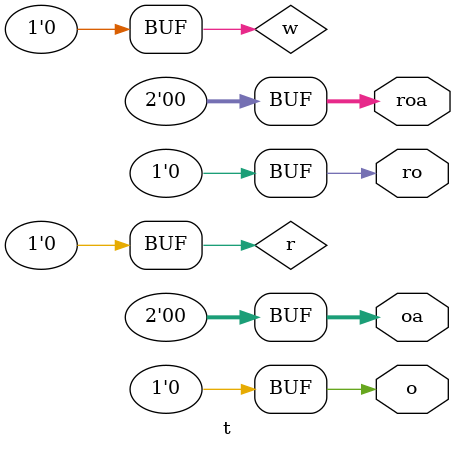
<source format=v>

module t (/*AUTOARG*/
   // Outputs
   o, oa, ro, roa
   );

   wire w;
   reg  r;
   output o;
   output [1:0] oa;
   output reg ro;
   output reg [1:0] roa;
   //1800 only:
   //output var vo;
   //output var [1:0] voa;

   initial begin
      w = '0;  // Error
      o = '0;  // Error
      oa = '0;  // Error
      r = '0;  // Not an error
      ro = '0;  // Not an error
      roa = '0;  // Not an error
      //vo = '0;  // Not an error
      //voa = '0;  // Not an error
   end

endmodule

</source>
